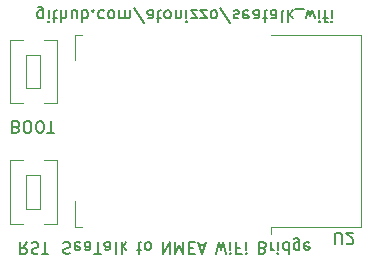
<source format=gbr>
%TF.GenerationSoftware,KiCad,Pcbnew,(6.99.0-2635-gfc1afa6298)*%
%TF.CreationDate,2022-08-07T14:50:02-07:00*%
%TF.ProjectId,seatalk_wifi,73656174-616c-46b5-9f77-6966692e6b69,rev?*%
%TF.SameCoordinates,Original*%
%TF.FileFunction,Legend,Bot*%
%TF.FilePolarity,Positive*%
%FSLAX46Y46*%
G04 Gerber Fmt 4.6, Leading zero omitted, Abs format (unit mm)*
G04 Created by KiCad (PCBNEW (6.99.0-2635-gfc1afa6298)) date 2022-08-07 14:50:02*
%MOMM*%
%LPD*%
G01*
G04 APERTURE LIST*
%ADD10C,0.150000*%
%ADD11C,0.120000*%
G04 APERTURE END LIST*
D10*
X128261904Y-109480238D02*
X128404761Y-109432619D01*
X128404761Y-109432619D02*
X128642856Y-109432619D01*
X128642856Y-109432619D02*
X128738094Y-109480238D01*
X128738094Y-109480238D02*
X128785713Y-109527857D01*
X128785713Y-109527857D02*
X128833332Y-109623095D01*
X128833332Y-109623095D02*
X128833332Y-109718333D01*
X128833332Y-109718333D02*
X128785713Y-109813571D01*
X128785713Y-109813571D02*
X128738094Y-109861190D01*
X128738094Y-109861190D02*
X128642856Y-109908809D01*
X128642856Y-109908809D02*
X128452380Y-109956428D01*
X128452380Y-109956428D02*
X128357142Y-110004047D01*
X128357142Y-110004047D02*
X128309523Y-110051666D01*
X128309523Y-110051666D02*
X128261904Y-110146904D01*
X128261904Y-110146904D02*
X128261904Y-110242142D01*
X128261904Y-110242142D02*
X128309523Y-110337380D01*
X128309523Y-110337380D02*
X128357142Y-110385000D01*
X128357142Y-110385000D02*
X128452380Y-110432619D01*
X128452380Y-110432619D02*
X128690475Y-110432619D01*
X128690475Y-110432619D02*
X128833332Y-110385000D01*
X129642856Y-109480238D02*
X129547618Y-109432619D01*
X129547618Y-109432619D02*
X129357142Y-109432619D01*
X129357142Y-109432619D02*
X129261904Y-109480238D01*
X129261904Y-109480238D02*
X129214285Y-109575476D01*
X129214285Y-109575476D02*
X129214285Y-109956428D01*
X129214285Y-109956428D02*
X129261904Y-110051666D01*
X129261904Y-110051666D02*
X129357142Y-110099285D01*
X129357142Y-110099285D02*
X129547618Y-110099285D01*
X129547618Y-110099285D02*
X129642856Y-110051666D01*
X129642856Y-110051666D02*
X129690475Y-109956428D01*
X129690475Y-109956428D02*
X129690475Y-109861190D01*
X129690475Y-109861190D02*
X129214285Y-109765952D01*
X130547618Y-109432619D02*
X130547618Y-109956428D01*
X130547618Y-109956428D02*
X130499999Y-110051666D01*
X130499999Y-110051666D02*
X130404761Y-110099285D01*
X130404761Y-110099285D02*
X130214285Y-110099285D01*
X130214285Y-110099285D02*
X130119047Y-110051666D01*
X130547618Y-109480238D02*
X130452380Y-109432619D01*
X130452380Y-109432619D02*
X130214285Y-109432619D01*
X130214285Y-109432619D02*
X130119047Y-109480238D01*
X130119047Y-109480238D02*
X130071428Y-109575476D01*
X130071428Y-109575476D02*
X130071428Y-109670714D01*
X130071428Y-109670714D02*
X130119047Y-109765952D01*
X130119047Y-109765952D02*
X130214285Y-109813571D01*
X130214285Y-109813571D02*
X130452380Y-109813571D01*
X130452380Y-109813571D02*
X130547618Y-109861190D01*
X130880952Y-110432619D02*
X131452380Y-110432619D01*
X131166666Y-109432619D02*
X131166666Y-110432619D01*
X132214285Y-109432619D02*
X132214285Y-109956428D01*
X132214285Y-109956428D02*
X132166666Y-110051666D01*
X132166666Y-110051666D02*
X132071428Y-110099285D01*
X132071428Y-110099285D02*
X131880952Y-110099285D01*
X131880952Y-110099285D02*
X131785714Y-110051666D01*
X132214285Y-109480238D02*
X132119047Y-109432619D01*
X132119047Y-109432619D02*
X131880952Y-109432619D01*
X131880952Y-109432619D02*
X131785714Y-109480238D01*
X131785714Y-109480238D02*
X131738095Y-109575476D01*
X131738095Y-109575476D02*
X131738095Y-109670714D01*
X131738095Y-109670714D02*
X131785714Y-109765952D01*
X131785714Y-109765952D02*
X131880952Y-109813571D01*
X131880952Y-109813571D02*
X132119047Y-109813571D01*
X132119047Y-109813571D02*
X132214285Y-109861190D01*
X132833333Y-109432619D02*
X132738095Y-109480238D01*
X132738095Y-109480238D02*
X132690476Y-109575476D01*
X132690476Y-109575476D02*
X132690476Y-110432619D01*
X133214286Y-109432619D02*
X133214286Y-110432619D01*
X133309524Y-109813571D02*
X133595238Y-109432619D01*
X133595238Y-110099285D02*
X133214286Y-109718333D01*
X134480953Y-110099285D02*
X134861905Y-110099285D01*
X134623810Y-110432619D02*
X134623810Y-109575476D01*
X134623810Y-109575476D02*
X134671429Y-109480238D01*
X134671429Y-109480238D02*
X134766667Y-109432619D01*
X134766667Y-109432619D02*
X134861905Y-109432619D01*
X135338096Y-109432619D02*
X135242858Y-109480238D01*
X135242858Y-109480238D02*
X135195239Y-109527857D01*
X135195239Y-109527857D02*
X135147620Y-109623095D01*
X135147620Y-109623095D02*
X135147620Y-109908809D01*
X135147620Y-109908809D02*
X135195239Y-110004047D01*
X135195239Y-110004047D02*
X135242858Y-110051666D01*
X135242858Y-110051666D02*
X135338096Y-110099285D01*
X135338096Y-110099285D02*
X135480953Y-110099285D01*
X135480953Y-110099285D02*
X135576191Y-110051666D01*
X135576191Y-110051666D02*
X135623810Y-110004047D01*
X135623810Y-110004047D02*
X135671429Y-109908809D01*
X135671429Y-109908809D02*
X135671429Y-109623095D01*
X135671429Y-109623095D02*
X135623810Y-109527857D01*
X135623810Y-109527857D02*
X135576191Y-109480238D01*
X135576191Y-109480238D02*
X135480953Y-109432619D01*
X135480953Y-109432619D02*
X135338096Y-109432619D01*
X136700001Y-109432619D02*
X136700001Y-110432619D01*
X136700001Y-110432619D02*
X137271429Y-109432619D01*
X137271429Y-109432619D02*
X137271429Y-110432619D01*
X137747620Y-109432619D02*
X137747620Y-110432619D01*
X137747620Y-110432619D02*
X138080953Y-109718333D01*
X138080953Y-109718333D02*
X138414286Y-110432619D01*
X138414286Y-110432619D02*
X138414286Y-109432619D01*
X138890477Y-109956428D02*
X139223810Y-109956428D01*
X139366667Y-109432619D02*
X138890477Y-109432619D01*
X138890477Y-109432619D02*
X138890477Y-110432619D01*
X138890477Y-110432619D02*
X139366667Y-110432619D01*
X139747620Y-109718333D02*
X140223810Y-109718333D01*
X139652382Y-109432619D02*
X139985715Y-110432619D01*
X139985715Y-110432619D02*
X140319048Y-109432619D01*
X141157144Y-110432619D02*
X141395239Y-109432619D01*
X141395239Y-109432619D02*
X141585715Y-110146904D01*
X141585715Y-110146904D02*
X141776191Y-109432619D01*
X141776191Y-109432619D02*
X142014287Y-110432619D01*
X142395239Y-109432619D02*
X142395239Y-110099285D01*
X142395239Y-110432619D02*
X142347620Y-110385000D01*
X142347620Y-110385000D02*
X142395239Y-110337380D01*
X142395239Y-110337380D02*
X142442858Y-110385000D01*
X142442858Y-110385000D02*
X142395239Y-110432619D01*
X142395239Y-110432619D02*
X142395239Y-110337380D01*
X143204762Y-109956428D02*
X142871429Y-109956428D01*
X142871429Y-109432619D02*
X142871429Y-110432619D01*
X142871429Y-110432619D02*
X143347619Y-110432619D01*
X143728572Y-109432619D02*
X143728572Y-110099285D01*
X143728572Y-110432619D02*
X143680953Y-110385000D01*
X143680953Y-110385000D02*
X143728572Y-110337380D01*
X143728572Y-110337380D02*
X143776191Y-110385000D01*
X143776191Y-110385000D02*
X143728572Y-110432619D01*
X143728572Y-110432619D02*
X143728572Y-110337380D01*
X145138095Y-109956428D02*
X145280952Y-109908809D01*
X145280952Y-109908809D02*
X145328571Y-109861190D01*
X145328571Y-109861190D02*
X145376190Y-109765952D01*
X145376190Y-109765952D02*
X145376190Y-109623095D01*
X145376190Y-109623095D02*
X145328571Y-109527857D01*
X145328571Y-109527857D02*
X145280952Y-109480238D01*
X145280952Y-109480238D02*
X145185714Y-109432619D01*
X145185714Y-109432619D02*
X144804762Y-109432619D01*
X144804762Y-109432619D02*
X144804762Y-110432619D01*
X144804762Y-110432619D02*
X145138095Y-110432619D01*
X145138095Y-110432619D02*
X145233333Y-110385000D01*
X145233333Y-110385000D02*
X145280952Y-110337380D01*
X145280952Y-110337380D02*
X145328571Y-110242142D01*
X145328571Y-110242142D02*
X145328571Y-110146904D01*
X145328571Y-110146904D02*
X145280952Y-110051666D01*
X145280952Y-110051666D02*
X145233333Y-110004047D01*
X145233333Y-110004047D02*
X145138095Y-109956428D01*
X145138095Y-109956428D02*
X144804762Y-109956428D01*
X145804762Y-109432619D02*
X145804762Y-110099285D01*
X145804762Y-109908809D02*
X145852381Y-110004047D01*
X145852381Y-110004047D02*
X145900000Y-110051666D01*
X145900000Y-110051666D02*
X145995238Y-110099285D01*
X145995238Y-110099285D02*
X146090476Y-110099285D01*
X146423810Y-109432619D02*
X146423810Y-110099285D01*
X146423810Y-110432619D02*
X146376191Y-110385000D01*
X146376191Y-110385000D02*
X146423810Y-110337380D01*
X146423810Y-110337380D02*
X146471429Y-110385000D01*
X146471429Y-110385000D02*
X146423810Y-110432619D01*
X146423810Y-110432619D02*
X146423810Y-110337380D01*
X147328571Y-109432619D02*
X147328571Y-110432619D01*
X147328571Y-109480238D02*
X147233333Y-109432619D01*
X147233333Y-109432619D02*
X147042857Y-109432619D01*
X147042857Y-109432619D02*
X146947619Y-109480238D01*
X146947619Y-109480238D02*
X146900000Y-109527857D01*
X146900000Y-109527857D02*
X146852381Y-109623095D01*
X146852381Y-109623095D02*
X146852381Y-109908809D01*
X146852381Y-109908809D02*
X146900000Y-110004047D01*
X146900000Y-110004047D02*
X146947619Y-110051666D01*
X146947619Y-110051666D02*
X147042857Y-110099285D01*
X147042857Y-110099285D02*
X147233333Y-110099285D01*
X147233333Y-110099285D02*
X147328571Y-110051666D01*
X148233333Y-110099285D02*
X148233333Y-109289761D01*
X148233333Y-109289761D02*
X148185714Y-109194523D01*
X148185714Y-109194523D02*
X148138095Y-109146904D01*
X148138095Y-109146904D02*
X148042857Y-109099285D01*
X148042857Y-109099285D02*
X147900000Y-109099285D01*
X147900000Y-109099285D02*
X147804762Y-109146904D01*
X148233333Y-109480238D02*
X148138095Y-109432619D01*
X148138095Y-109432619D02*
X147947619Y-109432619D01*
X147947619Y-109432619D02*
X147852381Y-109480238D01*
X147852381Y-109480238D02*
X147804762Y-109527857D01*
X147804762Y-109527857D02*
X147757143Y-109623095D01*
X147757143Y-109623095D02*
X147757143Y-109908809D01*
X147757143Y-109908809D02*
X147804762Y-110004047D01*
X147804762Y-110004047D02*
X147852381Y-110051666D01*
X147852381Y-110051666D02*
X147947619Y-110099285D01*
X147947619Y-110099285D02*
X148138095Y-110099285D01*
X148138095Y-110099285D02*
X148233333Y-110051666D01*
X149090476Y-109480238D02*
X148995238Y-109432619D01*
X148995238Y-109432619D02*
X148804762Y-109432619D01*
X148804762Y-109432619D02*
X148709524Y-109480238D01*
X148709524Y-109480238D02*
X148661905Y-109575476D01*
X148661905Y-109575476D02*
X148661905Y-109956428D01*
X148661905Y-109956428D02*
X148709524Y-110051666D01*
X148709524Y-110051666D02*
X148804762Y-110099285D01*
X148804762Y-110099285D02*
X148995238Y-110099285D01*
X148995238Y-110099285D02*
X149090476Y-110051666D01*
X149090476Y-110051666D02*
X149138095Y-109956428D01*
X149138095Y-109956428D02*
X149138095Y-109861190D01*
X149138095Y-109861190D02*
X148661905Y-109765952D01*
X125182380Y-109436819D02*
X124849047Y-109913009D01*
X124610952Y-109436819D02*
X124610952Y-110436819D01*
X124610952Y-110436819D02*
X124991904Y-110436819D01*
X124991904Y-110436819D02*
X125087142Y-110389200D01*
X125087142Y-110389200D02*
X125134761Y-110341580D01*
X125134761Y-110341580D02*
X125182380Y-110246342D01*
X125182380Y-110246342D02*
X125182380Y-110103485D01*
X125182380Y-110103485D02*
X125134761Y-110008247D01*
X125134761Y-110008247D02*
X125087142Y-109960628D01*
X125087142Y-109960628D02*
X124991904Y-109913009D01*
X124991904Y-109913009D02*
X124610952Y-109913009D01*
X125563333Y-109484438D02*
X125706190Y-109436819D01*
X125706190Y-109436819D02*
X125944285Y-109436819D01*
X125944285Y-109436819D02*
X126039523Y-109484438D01*
X126039523Y-109484438D02*
X126087142Y-109532057D01*
X126087142Y-109532057D02*
X126134761Y-109627295D01*
X126134761Y-109627295D02*
X126134761Y-109722533D01*
X126134761Y-109722533D02*
X126087142Y-109817771D01*
X126087142Y-109817771D02*
X126039523Y-109865390D01*
X126039523Y-109865390D02*
X125944285Y-109913009D01*
X125944285Y-109913009D02*
X125753809Y-109960628D01*
X125753809Y-109960628D02*
X125658571Y-110008247D01*
X125658571Y-110008247D02*
X125610952Y-110055866D01*
X125610952Y-110055866D02*
X125563333Y-110151104D01*
X125563333Y-110151104D02*
X125563333Y-110246342D01*
X125563333Y-110246342D02*
X125610952Y-110341580D01*
X125610952Y-110341580D02*
X125658571Y-110389200D01*
X125658571Y-110389200D02*
X125753809Y-110436819D01*
X125753809Y-110436819D02*
X125991904Y-110436819D01*
X125991904Y-110436819D02*
X126134761Y-110389200D01*
X126420476Y-110436819D02*
X126991904Y-110436819D01*
X126706190Y-109436819D02*
X126706190Y-110436819D01*
X124271257Y-99724428D02*
X124414114Y-99676809D01*
X124414114Y-99676809D02*
X124461733Y-99629190D01*
X124461733Y-99629190D02*
X124509352Y-99533952D01*
X124509352Y-99533952D02*
X124509352Y-99391095D01*
X124509352Y-99391095D02*
X124461733Y-99295857D01*
X124461733Y-99295857D02*
X124414114Y-99248238D01*
X124414114Y-99248238D02*
X124318876Y-99200619D01*
X124318876Y-99200619D02*
X123937924Y-99200619D01*
X123937924Y-99200619D02*
X123937924Y-100200619D01*
X123937924Y-100200619D02*
X124271257Y-100200619D01*
X124271257Y-100200619D02*
X124366495Y-100153000D01*
X124366495Y-100153000D02*
X124414114Y-100105380D01*
X124414114Y-100105380D02*
X124461733Y-100010142D01*
X124461733Y-100010142D02*
X124461733Y-99914904D01*
X124461733Y-99914904D02*
X124414114Y-99819666D01*
X124414114Y-99819666D02*
X124366495Y-99772047D01*
X124366495Y-99772047D02*
X124271257Y-99724428D01*
X124271257Y-99724428D02*
X123937924Y-99724428D01*
X125128400Y-100200619D02*
X125318876Y-100200619D01*
X125318876Y-100200619D02*
X125414114Y-100153000D01*
X125414114Y-100153000D02*
X125509352Y-100057761D01*
X125509352Y-100057761D02*
X125556971Y-99867285D01*
X125556971Y-99867285D02*
X125556971Y-99533952D01*
X125556971Y-99533952D02*
X125509352Y-99343476D01*
X125509352Y-99343476D02*
X125414114Y-99248238D01*
X125414114Y-99248238D02*
X125318876Y-99200619D01*
X125318876Y-99200619D02*
X125128400Y-99200619D01*
X125128400Y-99200619D02*
X125033162Y-99248238D01*
X125033162Y-99248238D02*
X124937924Y-99343476D01*
X124937924Y-99343476D02*
X124890305Y-99533952D01*
X124890305Y-99533952D02*
X124890305Y-99867285D01*
X124890305Y-99867285D02*
X124937924Y-100057761D01*
X124937924Y-100057761D02*
X125033162Y-100153000D01*
X125033162Y-100153000D02*
X125128400Y-100200619D01*
X126176019Y-100200619D02*
X126366495Y-100200619D01*
X126366495Y-100200619D02*
X126461733Y-100153000D01*
X126461733Y-100153000D02*
X126556971Y-100057761D01*
X126556971Y-100057761D02*
X126604590Y-99867285D01*
X126604590Y-99867285D02*
X126604590Y-99533952D01*
X126604590Y-99533952D02*
X126556971Y-99343476D01*
X126556971Y-99343476D02*
X126461733Y-99248238D01*
X126461733Y-99248238D02*
X126366495Y-99200619D01*
X126366495Y-99200619D02*
X126176019Y-99200619D01*
X126176019Y-99200619D02*
X126080781Y-99248238D01*
X126080781Y-99248238D02*
X125985543Y-99343476D01*
X125985543Y-99343476D02*
X125937924Y-99533952D01*
X125937924Y-99533952D02*
X125937924Y-99867285D01*
X125937924Y-99867285D02*
X125985543Y-100057761D01*
X125985543Y-100057761D02*
X126080781Y-100153000D01*
X126080781Y-100153000D02*
X126176019Y-100200619D01*
X126890305Y-100200619D02*
X127461733Y-100200619D01*
X127176019Y-99200619D02*
X127176019Y-100200619D01*
X126531599Y-90494685D02*
X126531599Y-89685161D01*
X126531599Y-89685161D02*
X126483980Y-89589923D01*
X126483980Y-89589923D02*
X126436361Y-89542304D01*
X126436361Y-89542304D02*
X126341123Y-89494685D01*
X126341123Y-89494685D02*
X126198266Y-89494685D01*
X126198266Y-89494685D02*
X126103028Y-89542304D01*
X126531599Y-89875638D02*
X126436361Y-89828019D01*
X126436361Y-89828019D02*
X126245885Y-89828019D01*
X126245885Y-89828019D02*
X126150647Y-89875638D01*
X126150647Y-89875638D02*
X126103028Y-89923257D01*
X126103028Y-89923257D02*
X126055409Y-90018495D01*
X126055409Y-90018495D02*
X126055409Y-90304209D01*
X126055409Y-90304209D02*
X126103028Y-90399447D01*
X126103028Y-90399447D02*
X126150647Y-90447066D01*
X126150647Y-90447066D02*
X126245885Y-90494685D01*
X126245885Y-90494685D02*
X126436361Y-90494685D01*
X126436361Y-90494685D02*
X126531599Y-90447066D01*
X127007790Y-89828019D02*
X127007790Y-90494685D01*
X127007790Y-90828019D02*
X126960171Y-90780400D01*
X126960171Y-90780400D02*
X127007790Y-90732780D01*
X127007790Y-90732780D02*
X127055409Y-90780400D01*
X127055409Y-90780400D02*
X127007790Y-90828019D01*
X127007790Y-90828019D02*
X127007790Y-90732780D01*
X127341123Y-90494685D02*
X127722075Y-90494685D01*
X127483980Y-90828019D02*
X127483980Y-89970876D01*
X127483980Y-89970876D02*
X127531599Y-89875638D01*
X127531599Y-89875638D02*
X127626837Y-89828019D01*
X127626837Y-89828019D02*
X127722075Y-89828019D01*
X128055409Y-89828019D02*
X128055409Y-90828019D01*
X128483980Y-89828019D02*
X128483980Y-90351828D01*
X128483980Y-90351828D02*
X128436361Y-90447066D01*
X128436361Y-90447066D02*
X128341123Y-90494685D01*
X128341123Y-90494685D02*
X128198266Y-90494685D01*
X128198266Y-90494685D02*
X128103028Y-90447066D01*
X128103028Y-90447066D02*
X128055409Y-90399447D01*
X129388742Y-90494685D02*
X129388742Y-89828019D01*
X128960171Y-90494685D02*
X128960171Y-89970876D01*
X128960171Y-89970876D02*
X129007790Y-89875638D01*
X129007790Y-89875638D02*
X129103028Y-89828019D01*
X129103028Y-89828019D02*
X129245885Y-89828019D01*
X129245885Y-89828019D02*
X129341123Y-89875638D01*
X129341123Y-89875638D02*
X129388742Y-89923257D01*
X129864933Y-89828019D02*
X129864933Y-90828019D01*
X129864933Y-90447066D02*
X129960171Y-90494685D01*
X129960171Y-90494685D02*
X130150647Y-90494685D01*
X130150647Y-90494685D02*
X130245885Y-90447066D01*
X130245885Y-90447066D02*
X130293504Y-90399447D01*
X130293504Y-90399447D02*
X130341123Y-90304209D01*
X130341123Y-90304209D02*
X130341123Y-90018495D01*
X130341123Y-90018495D02*
X130293504Y-89923257D01*
X130293504Y-89923257D02*
X130245885Y-89875638D01*
X130245885Y-89875638D02*
X130150647Y-89828019D01*
X130150647Y-89828019D02*
X129960171Y-89828019D01*
X129960171Y-89828019D02*
X129864933Y-89875638D01*
X130769695Y-89923257D02*
X130817314Y-89875638D01*
X130817314Y-89875638D02*
X130769695Y-89828019D01*
X130769695Y-89828019D02*
X130722076Y-89875638D01*
X130722076Y-89875638D02*
X130769695Y-89923257D01*
X130769695Y-89923257D02*
X130769695Y-89828019D01*
X131674456Y-89875638D02*
X131579218Y-89828019D01*
X131579218Y-89828019D02*
X131388742Y-89828019D01*
X131388742Y-89828019D02*
X131293504Y-89875638D01*
X131293504Y-89875638D02*
X131245885Y-89923257D01*
X131245885Y-89923257D02*
X131198266Y-90018495D01*
X131198266Y-90018495D02*
X131198266Y-90304209D01*
X131198266Y-90304209D02*
X131245885Y-90399447D01*
X131245885Y-90399447D02*
X131293504Y-90447066D01*
X131293504Y-90447066D02*
X131388742Y-90494685D01*
X131388742Y-90494685D02*
X131579218Y-90494685D01*
X131579218Y-90494685D02*
X131674456Y-90447066D01*
X132245885Y-89828019D02*
X132150647Y-89875638D01*
X132150647Y-89875638D02*
X132103028Y-89923257D01*
X132103028Y-89923257D02*
X132055409Y-90018495D01*
X132055409Y-90018495D02*
X132055409Y-90304209D01*
X132055409Y-90304209D02*
X132103028Y-90399447D01*
X132103028Y-90399447D02*
X132150647Y-90447066D01*
X132150647Y-90447066D02*
X132245885Y-90494685D01*
X132245885Y-90494685D02*
X132388742Y-90494685D01*
X132388742Y-90494685D02*
X132483980Y-90447066D01*
X132483980Y-90447066D02*
X132531599Y-90399447D01*
X132531599Y-90399447D02*
X132579218Y-90304209D01*
X132579218Y-90304209D02*
X132579218Y-90018495D01*
X132579218Y-90018495D02*
X132531599Y-89923257D01*
X132531599Y-89923257D02*
X132483980Y-89875638D01*
X132483980Y-89875638D02*
X132388742Y-89828019D01*
X132388742Y-89828019D02*
X132245885Y-89828019D01*
X133007790Y-89828019D02*
X133007790Y-90494685D01*
X133007790Y-90399447D02*
X133055409Y-90447066D01*
X133055409Y-90447066D02*
X133150647Y-90494685D01*
X133150647Y-90494685D02*
X133293504Y-90494685D01*
X133293504Y-90494685D02*
X133388742Y-90447066D01*
X133388742Y-90447066D02*
X133436361Y-90351828D01*
X133436361Y-90351828D02*
X133436361Y-89828019D01*
X133436361Y-90351828D02*
X133483980Y-90447066D01*
X133483980Y-90447066D02*
X133579218Y-90494685D01*
X133579218Y-90494685D02*
X133722075Y-90494685D01*
X133722075Y-90494685D02*
X133817314Y-90447066D01*
X133817314Y-90447066D02*
X133864933Y-90351828D01*
X133864933Y-90351828D02*
X133864933Y-89828019D01*
X135055408Y-90875638D02*
X134198266Y-89589923D01*
X135817313Y-89828019D02*
X135817313Y-90351828D01*
X135817313Y-90351828D02*
X135769694Y-90447066D01*
X135769694Y-90447066D02*
X135674456Y-90494685D01*
X135674456Y-90494685D02*
X135483980Y-90494685D01*
X135483980Y-90494685D02*
X135388742Y-90447066D01*
X135817313Y-89875638D02*
X135722075Y-89828019D01*
X135722075Y-89828019D02*
X135483980Y-89828019D01*
X135483980Y-89828019D02*
X135388742Y-89875638D01*
X135388742Y-89875638D02*
X135341123Y-89970876D01*
X135341123Y-89970876D02*
X135341123Y-90066114D01*
X135341123Y-90066114D02*
X135388742Y-90161352D01*
X135388742Y-90161352D02*
X135483980Y-90208971D01*
X135483980Y-90208971D02*
X135722075Y-90208971D01*
X135722075Y-90208971D02*
X135817313Y-90256590D01*
X136150647Y-90494685D02*
X136531599Y-90494685D01*
X136293504Y-90828019D02*
X136293504Y-89970876D01*
X136293504Y-89970876D02*
X136341123Y-89875638D01*
X136341123Y-89875638D02*
X136436361Y-89828019D01*
X136436361Y-89828019D02*
X136531599Y-89828019D01*
X137007790Y-89828019D02*
X136912552Y-89875638D01*
X136912552Y-89875638D02*
X136864933Y-89923257D01*
X136864933Y-89923257D02*
X136817314Y-90018495D01*
X136817314Y-90018495D02*
X136817314Y-90304209D01*
X136817314Y-90304209D02*
X136864933Y-90399447D01*
X136864933Y-90399447D02*
X136912552Y-90447066D01*
X136912552Y-90447066D02*
X137007790Y-90494685D01*
X137007790Y-90494685D02*
X137150647Y-90494685D01*
X137150647Y-90494685D02*
X137245885Y-90447066D01*
X137245885Y-90447066D02*
X137293504Y-90399447D01*
X137293504Y-90399447D02*
X137341123Y-90304209D01*
X137341123Y-90304209D02*
X137341123Y-90018495D01*
X137341123Y-90018495D02*
X137293504Y-89923257D01*
X137293504Y-89923257D02*
X137245885Y-89875638D01*
X137245885Y-89875638D02*
X137150647Y-89828019D01*
X137150647Y-89828019D02*
X137007790Y-89828019D01*
X137769695Y-90494685D02*
X137769695Y-89828019D01*
X137769695Y-90399447D02*
X137817314Y-90447066D01*
X137817314Y-90447066D02*
X137912552Y-90494685D01*
X137912552Y-90494685D02*
X138055409Y-90494685D01*
X138055409Y-90494685D02*
X138150647Y-90447066D01*
X138150647Y-90447066D02*
X138198266Y-90351828D01*
X138198266Y-90351828D02*
X138198266Y-89828019D01*
X138674457Y-89828019D02*
X138674457Y-90494685D01*
X138674457Y-90828019D02*
X138626838Y-90780400D01*
X138626838Y-90780400D02*
X138674457Y-90732780D01*
X138674457Y-90732780D02*
X138722076Y-90780400D01*
X138722076Y-90780400D02*
X138674457Y-90828019D01*
X138674457Y-90828019D02*
X138674457Y-90732780D01*
X139055409Y-90494685D02*
X139579218Y-90494685D01*
X139579218Y-90494685D02*
X139055409Y-89828019D01*
X139055409Y-89828019D02*
X139579218Y-89828019D01*
X139864933Y-90494685D02*
X140388742Y-90494685D01*
X140388742Y-90494685D02*
X139864933Y-89828019D01*
X139864933Y-89828019D02*
X140388742Y-89828019D01*
X140912552Y-89828019D02*
X140817314Y-89875638D01*
X140817314Y-89875638D02*
X140769695Y-89923257D01*
X140769695Y-89923257D02*
X140722076Y-90018495D01*
X140722076Y-90018495D02*
X140722076Y-90304209D01*
X140722076Y-90304209D02*
X140769695Y-90399447D01*
X140769695Y-90399447D02*
X140817314Y-90447066D01*
X140817314Y-90447066D02*
X140912552Y-90494685D01*
X140912552Y-90494685D02*
X141055409Y-90494685D01*
X141055409Y-90494685D02*
X141150647Y-90447066D01*
X141150647Y-90447066D02*
X141198266Y-90399447D01*
X141198266Y-90399447D02*
X141245885Y-90304209D01*
X141245885Y-90304209D02*
X141245885Y-90018495D01*
X141245885Y-90018495D02*
X141198266Y-89923257D01*
X141198266Y-89923257D02*
X141150647Y-89875638D01*
X141150647Y-89875638D02*
X141055409Y-89828019D01*
X141055409Y-89828019D02*
X140912552Y-89828019D01*
X142388742Y-90875638D02*
X141531600Y-89589923D01*
X142674457Y-89875638D02*
X142769695Y-89828019D01*
X142769695Y-89828019D02*
X142960171Y-89828019D01*
X142960171Y-89828019D02*
X143055409Y-89875638D01*
X143055409Y-89875638D02*
X143103028Y-89970876D01*
X143103028Y-89970876D02*
X143103028Y-90018495D01*
X143103028Y-90018495D02*
X143055409Y-90113733D01*
X143055409Y-90113733D02*
X142960171Y-90161352D01*
X142960171Y-90161352D02*
X142817314Y-90161352D01*
X142817314Y-90161352D02*
X142722076Y-90208971D01*
X142722076Y-90208971D02*
X142674457Y-90304209D01*
X142674457Y-90304209D02*
X142674457Y-90351828D01*
X142674457Y-90351828D02*
X142722076Y-90447066D01*
X142722076Y-90447066D02*
X142817314Y-90494685D01*
X142817314Y-90494685D02*
X142960171Y-90494685D01*
X142960171Y-90494685D02*
X143055409Y-90447066D01*
X143912552Y-89875638D02*
X143817314Y-89828019D01*
X143817314Y-89828019D02*
X143626838Y-89828019D01*
X143626838Y-89828019D02*
X143531600Y-89875638D01*
X143531600Y-89875638D02*
X143483981Y-89970876D01*
X143483981Y-89970876D02*
X143483981Y-90351828D01*
X143483981Y-90351828D02*
X143531600Y-90447066D01*
X143531600Y-90447066D02*
X143626838Y-90494685D01*
X143626838Y-90494685D02*
X143817314Y-90494685D01*
X143817314Y-90494685D02*
X143912552Y-90447066D01*
X143912552Y-90447066D02*
X143960171Y-90351828D01*
X143960171Y-90351828D02*
X143960171Y-90256590D01*
X143960171Y-90256590D02*
X143483981Y-90161352D01*
X144817314Y-89828019D02*
X144817314Y-90351828D01*
X144817314Y-90351828D02*
X144769695Y-90447066D01*
X144769695Y-90447066D02*
X144674457Y-90494685D01*
X144674457Y-90494685D02*
X144483981Y-90494685D01*
X144483981Y-90494685D02*
X144388743Y-90447066D01*
X144817314Y-89875638D02*
X144722076Y-89828019D01*
X144722076Y-89828019D02*
X144483981Y-89828019D01*
X144483981Y-89828019D02*
X144388743Y-89875638D01*
X144388743Y-89875638D02*
X144341124Y-89970876D01*
X144341124Y-89970876D02*
X144341124Y-90066114D01*
X144341124Y-90066114D02*
X144388743Y-90161352D01*
X144388743Y-90161352D02*
X144483981Y-90208971D01*
X144483981Y-90208971D02*
X144722076Y-90208971D01*
X144722076Y-90208971D02*
X144817314Y-90256590D01*
X145150648Y-90494685D02*
X145531600Y-90494685D01*
X145293505Y-90828019D02*
X145293505Y-89970876D01*
X145293505Y-89970876D02*
X145341124Y-89875638D01*
X145341124Y-89875638D02*
X145436362Y-89828019D01*
X145436362Y-89828019D02*
X145531600Y-89828019D01*
X146293505Y-89828019D02*
X146293505Y-90351828D01*
X146293505Y-90351828D02*
X146245886Y-90447066D01*
X146245886Y-90447066D02*
X146150648Y-90494685D01*
X146150648Y-90494685D02*
X145960172Y-90494685D01*
X145960172Y-90494685D02*
X145864934Y-90447066D01*
X146293505Y-89875638D02*
X146198267Y-89828019D01*
X146198267Y-89828019D02*
X145960172Y-89828019D01*
X145960172Y-89828019D02*
X145864934Y-89875638D01*
X145864934Y-89875638D02*
X145817315Y-89970876D01*
X145817315Y-89970876D02*
X145817315Y-90066114D01*
X145817315Y-90066114D02*
X145864934Y-90161352D01*
X145864934Y-90161352D02*
X145960172Y-90208971D01*
X145960172Y-90208971D02*
X146198267Y-90208971D01*
X146198267Y-90208971D02*
X146293505Y-90256590D01*
X146912553Y-89828019D02*
X146817315Y-89875638D01*
X146817315Y-89875638D02*
X146769696Y-89970876D01*
X146769696Y-89970876D02*
X146769696Y-90828019D01*
X147293506Y-89828019D02*
X147293506Y-90828019D01*
X147388744Y-90208971D02*
X147674458Y-89828019D01*
X147674458Y-90494685D02*
X147293506Y-90113733D01*
X147864935Y-89732780D02*
X148626839Y-89732780D01*
X148769697Y-90494685D02*
X148960173Y-89828019D01*
X148960173Y-89828019D02*
X149150649Y-90304209D01*
X149150649Y-90304209D02*
X149341125Y-89828019D01*
X149341125Y-89828019D02*
X149531601Y-90494685D01*
X149912554Y-89828019D02*
X149912554Y-90494685D01*
X149912554Y-90828019D02*
X149864935Y-90780400D01*
X149864935Y-90780400D02*
X149912554Y-90732780D01*
X149912554Y-90732780D02*
X149960173Y-90780400D01*
X149960173Y-90780400D02*
X149912554Y-90828019D01*
X149912554Y-90828019D02*
X149912554Y-90732780D01*
X150245887Y-90494685D02*
X150626839Y-90494685D01*
X150388744Y-89828019D02*
X150388744Y-90685161D01*
X150388744Y-90685161D02*
X150436363Y-90780400D01*
X150436363Y-90780400D02*
X150531601Y-90828019D01*
X150531601Y-90828019D02*
X150626839Y-90828019D01*
X150960173Y-89828019D02*
X150960173Y-90494685D01*
X150960173Y-90828019D02*
X150912554Y-90780400D01*
X150912554Y-90780400D02*
X150960173Y-90732780D01*
X150960173Y-90732780D02*
X151007792Y-90780400D01*
X151007792Y-90780400D02*
X150960173Y-90828019D01*
X150960173Y-90828019D02*
X150960173Y-90732780D01*
%TO.C,U2*%
X151238095Y-109632619D02*
X151238095Y-108823095D01*
X151238095Y-108823095D02*
X151285714Y-108727857D01*
X151285714Y-108727857D02*
X151333333Y-108680238D01*
X151333333Y-108680238D02*
X151428571Y-108632619D01*
X151428571Y-108632619D02*
X151619047Y-108632619D01*
X151619047Y-108632619D02*
X151714285Y-108680238D01*
X151714285Y-108680238D02*
X151761904Y-108727857D01*
X151761904Y-108727857D02*
X151809523Y-108823095D01*
X151809523Y-108823095D02*
X151809523Y-109632619D01*
X152238095Y-109537380D02*
X152285714Y-109585000D01*
X152285714Y-109585000D02*
X152380952Y-109632619D01*
X152380952Y-109632619D02*
X152619047Y-109632619D01*
X152619047Y-109632619D02*
X152714285Y-109585000D01*
X152714285Y-109585000D02*
X152761904Y-109537380D01*
X152761904Y-109537380D02*
X152809523Y-109442142D01*
X152809523Y-109442142D02*
X152809523Y-109346904D01*
X152809523Y-109346904D02*
X152761904Y-109204047D01*
X152761904Y-109204047D02*
X152190476Y-108632619D01*
X152190476Y-108632619D02*
X152809523Y-108632619D01*
D11*
%TO.C,SW2*%
X127700000Y-92300000D02*
X127700000Y-97700000D01*
X126600000Y-92300000D02*
X127700000Y-92300000D01*
X124800000Y-92300000D02*
X123700000Y-92300000D01*
X123700000Y-92300000D02*
X123700000Y-97700000D01*
X127700000Y-97700000D02*
X126600000Y-97700000D01*
X123700000Y-97700000D02*
X124800000Y-97700000D01*
X125100000Y-93600000D02*
X126300000Y-93600000D01*
X126300000Y-93600000D02*
X126300000Y-96400000D01*
X126300000Y-96400000D02*
X125100000Y-96400000D01*
X125100000Y-96400000D02*
X125100000Y-93600000D01*
%TO.C,SW1*%
X127700000Y-102500000D02*
X127700000Y-107900000D01*
X126600000Y-102500000D02*
X127700000Y-102500000D01*
X124800000Y-102500000D02*
X123700000Y-102500000D01*
X123700000Y-102500000D02*
X123700000Y-107900000D01*
X127700000Y-107900000D02*
X126600000Y-107900000D01*
X123700000Y-107900000D02*
X124800000Y-107900000D01*
X125100000Y-103800000D02*
X126300000Y-103800000D01*
X126300000Y-103800000D02*
X126300000Y-106600000D01*
X126300000Y-106600000D02*
X125100000Y-106600000D01*
X125100000Y-106600000D02*
X125100000Y-103800000D01*
%TO.C,U2*%
X129230000Y-108120000D02*
X129850000Y-108120000D01*
X145850000Y-108120000D02*
X145850000Y-108730000D01*
X145850000Y-108120000D02*
X153470000Y-108120000D01*
X153470000Y-108120000D02*
X153470000Y-91880000D01*
X129230000Y-106000000D02*
X129230000Y-108120000D01*
X129230000Y-91880000D02*
X129230000Y-94000000D01*
X129850000Y-91880000D02*
X129230000Y-91880000D01*
X153470000Y-91880000D02*
X145850000Y-91880000D01*
%TD*%
M02*

</source>
